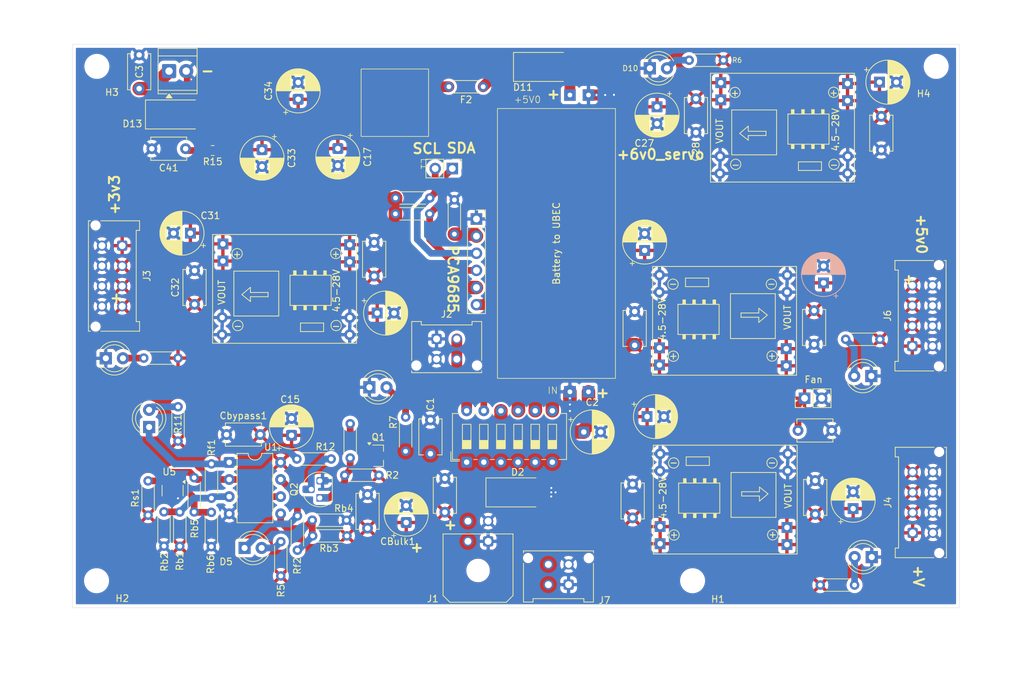
<source format=kicad_pcb>
(kicad_pcb (version 20241229) (generator "pcbnew") (generator_version "9.0")
  (layers (0 "F.Cu" signal) (2 "B.Cu" signal) (13 "F.Paste" user) (15 "B.Paste" user) (5 "F.SilkS" user "F.Silkscreen") (7 "B.SilkS" user "B.Silkscreen") (1 "F.Mask" user) (3 "B.Mask" user) (25 "Edge.Cuts" user))
  (net 0 "")
  (net 1 "GND")
  (net 2 "Net-(Q1-D)")
  (net 3 "+v")
  (net 4 "+6v0_servo")
  (net 5 "Batteria")
  (net 6 "I2C")
  (net 7 "+5vFAN")
  (net 8 "Servo")
  (net 9 "Net-(D1-K)")
  (net 10 "Net-(D3-A)")
  (net 11 "Net-(D4-A)")
  (net 12 "Net-(D6-A)")
  (net 13 "Net-(J18-Pin_1)")
  (net 14 "Net-(D10-A)")
  (net 15 "Net-(J16-Pin_3)")
  (net 16 "Net-(J16-Pin_4)")
  (net 17 "Net-(J4-Pin_1)")
  (net 18 "Net-(D5-K)")
  (net 19 "Net-(Q1-G)")
  (net 20 "Net-(D1-A)")
  (net 21 "Net-(D5-A)")
  (net 22 "+3v3")
  (net 23 "Net-(U1A-+)")
  (net 24 "UBEC")
  (net 25 "Net-(C41-Pad1)")
  (net 26 "Net-(D11-K)")
  (net 27 "Net-(D11-A)")
  (net 28 "Net-(F2-Pad2)")
  (net 29 "LC")
  (net 30 "Net-(J2-Pin_2)")
  (net 31 "Net-(D8-A)")
  (net 32 "Net-(J16-Pin_2)")
  (net 33 "Net-(Q2-B)")
  (net 34 "Net-(Q2-C)")
  (net 35 "Net-(U1B-+)")
  (net 36 "Net-(U5-REF)")
  (net 37 "REF.2.5v")
  (footprint "Connector_Molex:Molex_Micro-Fit_3.0_43045-0412_2x02_P3.00mm_Vertical" (layer "F.Cu") (at 133.75 96.97)
    (property "Reference" "J2")
    (property "Value" "Conn_02x02_Counter_Clockwise")
  )
  (footprint "Resistor_THT:R_Axial_DIN0204_L3.6mm_D1.6mm_P5.08mm_Horizontal" (layer "F.Cu") (at 113.12 123.21 -90)
    (property "Reference" "Rf2")
    (property "Value" "560k")
  )
  (footprint "Connector_Molex:Molex_Micro-Fit_3.0_43045-0412_2x02_P3.00mm_Vertical" (layer "F.Cu") (at 153.32 133.4 180)
    (property "Reference" "J7")
    (property "Value" "Conn_02x02_Counter_Clockwise")
  )
  (footprint "Connector_PinSocket_2.54mm:PinSocket_1x06_P2.54mm_Vertical" (layer "F.Cu") (at 139.66 79.19)
    (property "Reference" "J16" (hide yes))
    (property "Value" "Conn_01x06_Socket")
  )
  (footprint "Capacitor_THT:CP_Radial_D6.3mm_P2.50mm" (layer "F.Cu") (at 164.6 83.85238 90)
    (property "Reference" "C7" (hide yes))
    (property "Value" "C_Polarized")
  )
  (footprint "Capacitor_THT:C_Disc_D5.1mm_W3.2mm_P5.00mm" (layer "F.Cu") (at 187.34 110.54)
    (property "Reference" "C16" (hide yes))
    (property "Value" "0.1u")
  )
  (footprint "Capacitor_THT:C_Disc_D5.1mm_W3.2mm_P5.00mm" (layer "F.Cu") (at 124.5 87.66 90)
    (property "Reference" "C19" (hide yes))
    (property "Value" "C")
  )
  (footprint "Resistor_SMD:R_0805_2012Metric_Pad1.20x1.40mm_HandSolder" (layer "F.Cu") (at 100.56 69.04 180)
    (property "Reference" "R15")
    (property "Value" "12")
  )
  (footprint "Connector_PinHeader_2.54mm:PinHeader_1x02_P2.54mm_Vertical" (layer "F.Cu") (at 136.085 71.71 -90)
    (property "Reference" "J17" (hide yes))
    (property "Value" "Conn_01x02_Socket")
  )
  (footprint "Capacitor_THT:CP_Radial_D6.3mm_P2.50mm" (layer "F.Cu") (at 107.87 68.917621 -90)
    (property "Reference" "C33")
    (property "Value" "47u")
  )
  (footprint "Inductor_SMD:MSS1038T-103NLC" (layer "F.Cu") (at 127.76 62.07 -90)
    (property "Reference" "L1")
    (property "Value" "10uH")
  )
  (footprint "MountingHole:MountingHole_3.2mm_M3" (layer "F.Cu") (at 83.3374 132.8166)
    (property "Reference" "H2")
    (property "Value" "MountingHole")
  )
  (footprint "Resistor_THT:R_Axial_DIN0204_L3.6mm_D1.6mm_P5.08mm_Horizontal" (layer "F.Cu") (at 132.73 78.43 180)
    (property "Reference" "R20" (hide yes))
    (property "Value" "4.7k")
  )
  (footprint "Capacitor_THT:C_Disc_D5.1mm_W3.2mm_P5.00mm" (layer "F.Cu") (at 189.7194 92.771 -90)
    (property "Reference" "C24" (hide yes))
    (property "Value" "C")
  )
  (footprint "LED_THT:LED_D4.0mm" (layer "F.Cu") (at 198.21 102.47 180)
    (property "Reference" "D8" (hide yes))
    (property "Value" "LED")
  )
  (footprint "Resistor_THT:R_Axial_DIN0204_L3.6mm_D1.6mm_P5.08mm_Horizontal" (layer "F.Cu") (at 93.34 122.61 -90)
    (property "Reference" "Rb2")
    (property "Value" "10k")
  )
  (footprint "MountingHole:MountingHole_3.2mm_M3" (layer "F.Cu") (at 171.704 132.8166)
    (property "Reference" "H1")
    (property "Value" "MountingHole")
  )
  (footprint "Converter_DCDC:SRT_MPT1584EN_Module" (layer "F.Cu") (at 176.958 93.7185)
    (property "Reference" "U4" (hide yes))
    (property "Value" "~" (hide yes))
  )
  (footprint "Package_TO_SOT_SMD:SOT-23_Handsoldering" (layer "F.Cu") (at 125.12 114.29)
    (property "Reference" "Q1")
    (property "Value" "AO3401A")
  )
  (footprint "Connector_PinHeader_2.54mm:PinHeader_1x02_P2.54mm_Vertical" (layer "F.Cu") (at 188.305 105.76 90)
    (property "Reference" "J18" (hide yes))
    (property "Value" "Fan")
  )
  (footprint "Capacitor_THT:C_Disc_D5.1mm_W3.2mm_P5.00mm" (layer "F.Cu") (at 172.207 61.363 -90)
    (property "Reference" "C28" (hide yes))
    (property "Value" "C")
  )
  (footprint "Capacitor_THT:CP_Radial_D6.3mm_P2.50mm" (layer "F.Cu") (at 113.23 61.44 90)
    (property "Reference" "C34")
    (property "Value" "220u")
  )
  (footprint "MountingHole:MountingHole_3.2mm_M3" (layer "F.Cu") (at 207.8228 56.5658)
    (property "Reference" "H4")
    (property "Value" "MountingHole")
  )
  (footprint "Resistor_THT:R_Axial_DIN0204_L3.6mm_D1.6mm_P5.08mm_Horizontal" (layer "F.Cu") (at 118.12 114.77 180)
    (property "Reference" "R12")
    (property "Value" "1k")
  )
  (footprint "Capacitor_THT:C_Disc_D5.1mm_W3.2mm_P5.00mm" (layer "F.Cu") (at 163.12 97.91 90)
    (property "Reference" "C20" (hide yes))
    (property "Value" "C")
  )
  (footprint "Converter_DCDC:SRT_MPT1584EN_Module" (layer "F.Cu") (at 177.057 120.220991)
    (property "Reference" "U2" (hide yes))
    (property "Value" "~" (hide yes))
  )
  (footprint "Resistor_THT:R_Axial_DIN0204_L3.6mm_D1.6mm_P5.08mm_Horizontal" (layer "F.Cu") (at 90.34 99.81)
    (property "Reference" "R4" (hide yes))
    (property "Value" "R")
  )
  (footprint "TerminalBlock_TE-Connectivity:TerminalBlock_TE_282834-2_1x02_P2.54mm_Horizontal" (layer "F.Cu") (at 94.09 57.26)
    (property "Reference" "J5" (hide yes))
    (property "Value" "UBECtoRASPI")
  )
  (footprint "Resistor_THT:R_Axial_DIN0204_L3.6mm_D1.6mm_P5.08mm_Horizontal" (layer "F.Cu") (at 120.13 117.18)
    (property "Reference" "R2")
    (property "Value" "100k")
  )
  (footprint "Package_TO_SOT_THT:TO-92L_HandSolder" (layer "F.Cu") (at 116.44 120.54 90)
    (property "Reference" "Q2")
    (property "Value" "BC327")
  )
  (footprint "Resistor_THT:R_Axial_DIN0204_L3.6mm_D1.6mm_P5.08mm_Horizontal" (layer "F.Cu") (at 190.64 133.46)
    (property "Reference" "R10" (hide yes))
    (property "Value" "R")
  )
  (footprint "Resistor_THT:R_Axial_DIN0204_L3.6mm_D1.6mm_P5.08mm_Horizontal" (layer "F.Cu") (at 136.39 76.35 -90)
    (property "Reference" "R16" (hide yes))
    (property "Value" "R")
  )
  (footprint "Capacitor_THT:CP_Radial_D6.3mm_P2.50mm" (layer "F.Cu") (at 129.25 124.19 90)
    (property "Reference" "CBulk1")
    (property "Value" "470u")
  )
  (footprint "Diode_SMD:D_SMB_Handsoldering" (layer "F.Cu") (at 145.78 119.72)
    (property "Reference" "D2")
    (property "Value" "Z2SMBxxx" (hide yes))
  )
  (footprint "Package_DIP:DIP-8_W7.62mm" (layer "F.Cu") (at 103.01 115.27)
    (property "Reference" "U1")
    (property "Value" "LM393")
  )
  (footprint "Capacitor_THT:C_Disc_D5.1mm_W3.2mm_P5.00mm" (layer "F.Cu") (at 189.89 122.97 90)
    (property "Reference" "C26" (hide yes))
    (property "Value" "C")
  )
  (footprint "Converter_DCDC:SRT_MPT1584EN_Module" (layer "F.Cu") (at 184.52 66.22 180)
    (property "Reference" "U6" (hide yes))
    (property "Value" "~" (hide yes))
  )
  (footprint "Connector_Molex:Molex_Micro-Fit_3.0_43045-0400_2x02_P3.00mm_Horizontal" (layer "F.Cu") (at 141.4 126.98 180)
    (property "Reference" "J1")
    (property "Value" "Conn_02x02_Counter_Clockwise" (hide yes))
  )
  (footprint "Connector_Molex:Molex_Micro-Fit_3.0_43045-0812_2x04_P3.00mm_Vertical" (layer "F.Cu") (at 204.28 98.03 90)
    (property "Reference" "J6")
    (property "Value" "Conn_02x04_Counter_Clockwise")
  )
  (footprint "LED_THT:LED_D4.0mm" (layer "F.Cu") (at 198.271 129.311 180)
    (property "Reference" "D6" (hide yes))
    (property "Value" "LED")
  )
  (footprint "MountingHole:MountingHole_3.2mm_M3" (layer "F.Cu") (at 83.3882 56.5658)
    (property "Reference" "H3")
    (property "Value" "MountingHole")
  )
  (footprint "Resistor_THT:R_Axial_DIN0204_L3.6mm_D1.6mm_P5.08mm_Horizontal" (layer "F.Cu") (at 100.38 115.5 -90)
    (property "Reference" "Rf1")
    (property "Value" "560k")
  )
  (footprint "Resistor_THT:R_Axial_DIN0204_L3.6mm_D1.6mm_P5.08mm_Horizontal" (layer "F.Cu") (at 95.42 107.03 -90)
    (property "Reference" "R11")
    (property "Value" "820")
  )
  (footprint "Capacitor_THT:C_Disc_D5.1mm_W3.2mm_P5.00mm" (layer "F.Cu") (at 134.98 122.66 90)
    (property "Reference" "C13" (hide yes))
    (property "Value" "C")
  )
  (footprint "Resistor_THT:R_Axial_DIN0204_L3.6mm_D1.6mm_P5.08mm_Horizontal" (layer "F.Cu") (at 100.36 122.68 -90)
    (property "Reference" "Rb6")
    (property "Value" "10k")
  )
  (footprint "Diode_SMD:D_SMB_Handsoldering" (layer "F.Cu") (at 149.8625 56.64)
    (property "Reference" "D11")
    (property "Value" "SS34")
  )
  (footprint "Connector:NS-Tech_Grove_1x04_P2mm_Vertical" (layer "F.Cu") (at 155.271 87.811 90)
    (property "Reference" "J13" (hide yes))
    (property "Value" "Battery to UBEC")
  )
  (footprint "Diode_SMD:D_SMB_Handsoldering" (layer "F.Cu") (at 95.3 63.69)
    (property "Reference" "D13")
    (property "Value" "SMBJ5.0A")
  )
  (footprint "Capacitor_THT:CP_Radial_D6.3mm_P2.50mm" (layer "F.Cu") (at 155.58 110.77)
    (property "Reference" "C2")
    (property "Value" "C_Polarized")
  )
  (footprint "Capacitor_THT:CP_Radial_D6.3mm_P2.50mm" (layer "F.Cu") (at 97.25238 81.29 180)
    (property "Reference" "C31")
    (property "Value" "C_Polarized" (hide yes))
  )
  (footprint "Resistor_THT:R_Axial_DIN0204_L3.6mm_D1.6mm_P5.08mm_Horizontal" (layer "F.Cu") (at 120.94 109.55 -90)
    (property "Reference" "R3" (hide yes))
    (property "Value" "100" (hide yes))
  )
  (footprint "LED_THT:LED_D4.0mm" (layer "F.Cu") (at 165.37 56.85)
    (property "Reference" "D10" (hide yes))
    (property "Value" "LED")
  )
  (footprint "Capacitor_THT:CP_Radial_D6.3mm_P2.50mm" (layer "F.Cu") (at 166.437 62.553 -90)
    (property "Reference" "C27" (hide yes))
    (property "Value" "C_Polarized")
  )
  (footprint "Package_TO_SOT_SMD:SOT-23-3" (layer "F.Cu") (at 94.6125 119.46 -90)
    (property "Reference" "U5")
    (property "Value" "~")
  )
  (footprint "Capacitor_THT:C_Disc_D5.1mm_W3.2mm_P5.00mm" (layer "F.Cu") (at 89.66 59.86 90)
    (property "Reference" "C3")
    (property "Value" "100n")
  )
  (footprint "Button_Switch_THT:SW_DIP_SPSTx06_Slide_6.7x16.8mm_W7.62mm_P2.54mm_LowProfile" (layer "F.Cu") (at 138.211 115.241 90)
    (property "Reference" "SW1" (hide yes))
    (property "Value" "SW_DIP_x06")
  )
  (footprint "Resistor_THT:R_Axial_DIN0204_L3.6mm_D1.6mm_P5.08mm_Horizontal" (layer "F.Cu") (at 90.98 123.1 90)
    (property "Reference" "Rs1")
    (property "Value" "3.3k")
  )
  (footprint "Capacitor_THT:CP_Radial_D6.3mm_P2.50mm" (layer "F.Cu") (at 119.11 68.747621 -90)
    (property "Reference" "C17")
    (property "Value" "1000u")
  )
  (footprint "Capacitor_THT:CP_Radial_D6.3mm_P2.50mm" (layer "F.Cu") (at 112.25 111.26 90)
    (property "Reference" "C15")
    (property "Value" "22u")
  )
  (footprint "Capacitor_THT:C_Disc_D5.1mm_W3.2mm_P5.00mm" (layer "F.Cu") (at 123.52 125.03 90)
    (property "Reference" "C14" (hide yes))
    (property "Value" "C")
  )
  (footprint "Capacitor_THT:CP_Radial_D6.3mm_P2.50mm" (layer "F.Cu") (at 199.41462 58.903)
    (property "Reference" "C12" (hide yes))
    (property "Value" "C_Polarized")
  )
  (footprint "Resistor_THT:R_Axial_DIN0204_L3.6mm_D1.6mm_P5.08mm_Horizontal" (layer "F.Cu") (at 199.48 97.03 180)
    (property "Reference" "R8" (hide yes))
    (property "Value" "R")
  )
  (footprint "LED_THT:LED_D4.0mm" (layer "F.Cu") (at 84.71 99.84)
    (property "Reference" "D4" (hide yes))
    (property "Value" "LED")
  )
  (footprint "Resistor_THT:R_Axial_DIN0204_L3.6mm_D1.6mm_P5.08mm_Horizontal" (layer "F.Cu") (at 140.66 59.58 180)
    (property "Reference" "F2")
    (property "Value" "Polyfuse")
  )
  (footprint "Resistor_THT:R_Axial_DIN0204_L3.6mm_D1.6mm_P5.08mm_Horizontal" (layer "F.Cu") (at 129.16 108.55 -90)
    (property "Reference" "R7")
    (property "Value" "2.2k")
  )
  (footprint "Resistor_THT:R_Axial_DIN0204_L3.6mm_D1.6mm_P5.08mm_Horizontal" (layer "F.Cu") (at 110.66 127.03 -90)
    (property "Reference" "R5")
    (property "Value" "820")
  )
  (footprint "Capacitor_THT:C_Disc_D5.1mm_W3.2mm_P5.00mm" (layer "F.Cu") (at 107.61 111.15 180)
    (property "Reference" "Cbypass1")
    (property "Value" "100n")
  )
  (footprint "Connector_Molex:Molex_Micro-Fit_3.0_43045-0812_2x04_P3.00mm_Vertical" (layer "F.Cu") (at 87.14 83.14 -90)
    (property "Reference" "J3")
    (property "Value" "Conn_02x04_Counter_Clockwise")
  )
  (footprint "Capacitor_THT:C_Disc_D5.1mm_W3.2mm_P5.00mm" (layer "F.Cu") (at 96.54 68.77 180)
    (property "Reference" "C41")
    (property "Value" "220n" (hide yes))
  )
  (footprint "Resistor_THT:R_Axial_DIN0204_L3.6mm_D1.6mm_P5.08mm_Horizontal" (layer "F.Cu") (at 95.68 122.63 -90)
    (property "Reference" "Rb1")
    (property "Value" "73k")
  )
  (footprint "Converter_DCDC:SRT_MPT1584EN_Module" (layer "F.Cu") (at 110.706 90.119 180)
    (property "Reference" "U3" (hide yes))
    (property "Value" "~" (hide yes))
  )
  (footprint "Capacitor_THT:C_Disc_D5.1mm_W3.2mm_P5.00mm" (layer "F.Cu") (at 97.866 91.842 90)
    (property "Reference" "C32")
    (property "Value" "C")
  )
  (footprint "Connector_Molex:Molex_Micro-Fit_3.0_43045-0812_2x04_P3.00mm_Vertical" (layer "F.Cu") (at 204.33 125.72 90)
    (property "Reference" "J4")
    (property "Value" "Conn_02x04_Counter_Clockwise")
  )
  (footprint "Capacitor_THT:C_Disc_D5.1mm_W3.2mm_P5.00mm" (layer "F.Cu") (at 162.82 123.497991 90)
    (property "Reference" "C18" (hide yes))
    (property "Value" "C")
  )
  (footprint "Resistor_THT:R_Axial_DIN0204_L3.6mm_D1.6mm_P5.08mm_Horizontal" (layer "F.Cu") (at 176.28 55.65 180)
    (property "Reference" "R6" (hide yes))
    (property "Value" "R")
  )
  (footprint "Capacitor_THT:CP_Radial_D6.3mm_P2.50mm" (layer "F.Cu") (at 195.51 122.13 90)
    (property "Reference" "C25" (hide yes))
    (property "Value" "C_Polarized")
  )
  (footprint "LED_THT:LED_D4.0mm" (layer "F.Cu") (at 105.28 127.96)
    (property "Reference" "D5")
    (property "Value" "LED_alert")
  )
  (footprint "Resistor_THT:R_Axial_DIN0204_L3.6mm_D1.6mm_P5.08mm_Horizontal" (layer "F.Cu") (at 132.75 76.07 180)
    (property "Reference" "R21" (hide yes))
    (property "Value" "4.7k")
  )
  (footprint "Capacitor_THT:C_Disc_D5.1mm_W3.2mm_P5.00mm" (layer "F.Cu") (at 199.687 63.963 -90)
    (property "Reference" "C22" (hide yes))
    (property "Value" "C")
  )
  (footprint "LED_THT:LED_D4.0mm" (layer "F.Cu") (at 123.79 104.14)
    (property "Reference" "D3" (hide yes))
    (property "Value" "LED_on")
  )
  (footprint "Capacitor_THT:C_Disc_D5.1mm_W3.2mm_P5.00mm" (layer "F.Cu") (at 132.84 113.99 90)
    (property "Reference" "C1")
    (property "Value" "C")
  )
  (footprint "LED_THT:LED_D4.0mm" (layer "F.Cu") (at 91.13 110.03 90)
    (property "Reference" "D1" (hide yes))
    (property "Value" "LED_cutoff" (hide yes))
  )
  (footprint "Resistor_THT:R_Axial_DIN0204_L3.6mm_D1.6mm_P5.08mm_Horizontal" (layer "F.Cu") (at 115.38 126.17)
    (property "Reference" "Rb3")
    (property "Value" "68k")
  )
  (footprint "Resistor_THT:R_Axial_DIN0204_L3.6mm_D1.6mm_P5.08mm_Horizontal" (layer "F.Cu") (at 97.81 117.54 -90)
    (property "Reference" "Rb5")
    (property "Value" "10k")
  )
  (footprint "Capacitor_THT:CP_Radial_D6.3mm_P2.50mm" (layer "F.Cu") (at 164.959 108.486991)
    (property "Reference" "C4" (hide yes))
    (property "Value" "C_Polarized")
  )
  (footprint "Resistor_THT:R_Axial_DIN0204_L3.6mm_D1.6mm_P5.08mm_Horizontal" (layer "F.Cu") (at 115.32 123.85)
    (property "Reference" "Rb4")
    (property "Value" "10k")
  )
  (footprint "Capacitor_THT:CP_Radial_D6.3mm_P2.50mm" (layer "F.Cu") (at 124.947621 93.14)
    (property "Reference" "C6" (hide yes))
    (property "Value" "C_Polarized")
  )
  (footprint "Capacitor_THT:CP_Radial_D6.3mm_P2.50mm" (layer "B.Cu") (at 191.12 88.66 90)
    (property "Reference" "C23" (hide yes))
    (property "Value" "C_Polarized")
  )
  (gr_rect (start 79.771 53.311) (end 211.271 136.811) (stroke (width 0.05)) (fill no) (layer "Edge.Cuts"))
  (gr_text "+" (at 85.16 91.73 0) (layer "F.SilkS") (effects (font (size 1.5 1.5) (thickness 0.3) (bold yes)) (justify left bottom)))
  (gr_text "PCA9685" (at 135.3 82.92 270) (layer "F.SilkS") (effects (font (size 1.5 1.5) (thickness 0.3) (bold yes)) (justify left bottom)))
  (gr_text "+3v3" (at 86.88 78.72 90) (layer "F.SilkS") (effects (font (size 1.5 1.5) (thickness 0.3) (bold yes)) (justify left bottom)))
  (gr_text "+" (at 134.671204 125.380863 0) (layer "F.SilkS") (effects (font (size 1.5 1.5) (thickness 0.3) (bold yes)) (justify left bottom)))
  (gr_text "+" (at 202.64 88.99 0) (layer "F.SilkS") (effects (font (size 1.5 1.5) (thickness 0.3) (bold yes)) (justify left bottom)))
  (gr_text "-" (at 98.67 58.08 0) (layer "F.SilkS") (effects (font (size 1.5 1.5) (thickness 0.3) (bold yes)) (justify left bottom)))
  (gr_text "+" (at 157.271 105.811 0) (layer "F.SilkS") (effects (font (size 1.5 1.5) (thickness 0.3) (bold yes)) (justify left bottom)))
  (gr_text "+V" (at 204.33 130.36 270) (layer "F.SilkS") (effects (font (size 1.5 1.5) (thickness 0.3) (bold yes)) (justify left bottom)))
  (gr_text "SDA" (at 135.09 69.56 0) (layer "F.SilkS") (effects (font (size 1.5 1.5) (thickness 0.3) (bold yes)) (justify left bottom)))
  (gr_text "+5V0" (at 145.1525 62.08 0) (layer "F.SilkS") (effects (font (size 1 1) (thickness 0.1)) (justify left bottom)))
  (gr_text "+6v0_servo" (at 160.3 70.48 0) (layer "F.SilkS") (effects (font (size 1.5 1.5) (thickness 0.3) (bold yes)) (justify left bottom)))
  (gr_text "IN" (at 150.15 105.2 0) (layer "F.SilkS") (effects (font (size 1 1) (thickness 0.1)) (justify left bottom)))
  (gr_text "+5v0" (at 204.771 78.311 270) (layer "F.SilkS") (effects (font (size 1.5 1.5) (thickness 0.3) (bold yes)) (justify left bottom)))
  (gr_text "+" (at 149.96 61.53 0) (layer "F.SilkS") (effects (font (size 1.5 1.5) (thickness 0.3) (bold yes)) (justify left bottom)))
  (gr_text "SCL" (at 130.02 69.63 0) (layer "F.SilkS") (effects (font (size 1.5 1.5) (thickness 0.3) (bold yes)) (justify left bottom)))
  (gr_text "+" (at 129.7 128.73 0) (layer "F.SilkS") (effects (font (size 1.5 1.5) (thickness 0.3) (bold yes)) (justify left bottom)))
  (segment (start 96.78 57.41) (end 96.63 57.26) (width 1) (layer "F.Cu") (net 1))
  (segment (start 96.78 62.14) (end 96.78 57.41) (width 1) (layer "F.Cu") (net 1))
  (segment (start 148.48 119.72) (end 150.75 119.72) (width 2) (layer "F.Cu") (net 1))
  (segment (start 153.521 104.811) (end 153.521 105.77) (width 2) (layer "F.Cu") (net 1))
  (segment (start 153.521 105.77) (end 153.521 106.7) (width 2) (layer "F.Cu") (net 1))
  (segment (start 157.46 60.811) (end 160.019 60.811) (width 1.6) (layer "F.Cu") (net 1))
  (segment (start 98 63.36) (end 96.78 62.14) (width 1) (layer "F.Cu") (net 1))
  (segment (start 95.4075 120.5975) (end 95.41 120.6) (width 1) (layer "F.Cu") (net 1))
  (segment (start 156.271 60.811) (end 157.46 60.811) (width 1.6) (layer "F.Cu") (net 1))
  (segment (start 94.6125 120.5975) (end 95.4075 120.5975) (width 1) (layer "F.Cu") (net 1))
  (segment (start 153.521 106.7) (end 153.521 107.649) (width 2) (layer "F.Cu") (net 1))
  (segment (start 160.019 60.811) (end 160.05 60.78) (width 1.6) (layer "F.Cu") (net 1))
  (via (at 158.75 60.811) (size 0.6) (drill 0.3) (layers "F.Cu" "B.Cu") (net 1))
  (via (at 160.05 60.78) (size 0.6) (drill 0.3) (layers "F.Cu" "B.Cu") (net 1))
  (via (at 150.76 119.07) (size 0.6) (drill 0.3) (layers "F.Cu" "B.Cu") (net 1))
  (via (at 150.75 119.72) (size 0.6) (drill 0.3) (layers "F.Cu" "B.Cu") (net 1))
  (via (at 153.521 106.7) (size 0.6) (drill 0.3) (layers "F.Cu" "B.Cu") (net 1))
  (via (at 157.46 60.811) (size 0.6) (drill 0.3) (layers "F.Cu" "B.Cu") (net 1))
  (via (at 153.521 107.649) (size 0.6) (drill 0.3) (layers "F.Cu" "B.Cu") (net 1))
  (via (at 151.39 119.72) (size 0.6) (drill 0.3) (layers "F.Cu" "B.Cu") (net 1))
  (via (at 153.521 105.77) (size 0.6) (drill 0.3) (layers "F.Cu" "B.Cu") (net 1))
  (via (at 95.41 120.6) (size 0.6) (drill 0.3) (layers "F.Cu" "B.Cu") (net 1))
  (via (at 150.75 120.33) (size 0.6) (drill 0.3) (layers "F.Cu" "B.Cu") (net 1))
  (segment (start 152.645315 101.811) (end 158.271 101.811) (width 2) (layer "F.Cu") (net 3))
  (segment (start 158.271 101.811) (end 163.271 106.811) (width 2) (layer "F.Cu") (net 3))
  (segment (start 150.911 107.621) (end 150.911 103.545315) (width 2) (layer "F.Cu") (net 3))
  (segment (start 150.911 103.545315) (end 152.645315 101.811) (width 2) (layer "F.Cu") (net 3))
  (segment (start 140.862081 91.89) (end 162.432081 70.32) (width 1.6) (layer "F.Cu") (net 4))
  (segment (start 139.66 91.89) (end 140.862081 91.89) (width 1.6) (layer "F.Cu") (net 4))
  (segment (start 141.88 99.267264) (end 141.88 104.67) (width 1) (layer "F.Cu") (net 6))
  (segment (start 140.751 105.799) (end 140.751 107.621) (width 1) (layer "F.Cu") (net 6))
  (segment (start 141.88 104.67) (end 140.751 105.799) (width 1) (layer "F.Cu") (net 6))
  (segment (start 127.56 90.06) (end 131.033632 93.533632) (width 1) (layer "F.Cu") (net 6))
  (segment (start 131.033632 93.533632) (end 136.146368 93.533632) (width 1) (layer "F.Cu") (net 6))
  (segment (start 136.146368 93.533632) (end 141.88 99.267264) (width 1) (layer "F.Cu") (net 6))
  (segment (start 152.941 97.811) (end 163.271 97.811) (width 2) (layer "F.Cu") (net 7))
  (segment (start 148.401 102.351) (end 152.941 97.811) (width 2) (layer "F.Cu") (net 7))
  (segment (start 148.371 107.621) (end 148.401 107.591) (width 2) (layer "F.Cu") (net 7))
  (segment (start 148.401 107.591) (end 148.401 102.351) (width 2) (layer "F.Cu") (net 7))
  (segment (start 196.33 75.16) (end 198.45 73.04) (width 2) (layer "F.Cu") (net 8))
  (segment (start 145.881 107.571) (end 145.881 90.309) (width 2) (layer "F.Cu") (net 8))
  (segment (start 145.831 107.621) (end 145.881 107.571) (width 2) (layer "F.Cu") (net 8))
  (segment (start 161.03 75.16) (end 196.33 75.16) (width 2) (layer "F.Cu") (net 8))
  (segment (start 198.45 73.04) (end 198.45 71.43) (width 2) (layer "F.Cu") (net 8))
  (segment (start 145.881 90.309) (end 161.03 75.16) (width 2) (layer "F.Cu") (net 8))
  (segment (start 103.01 115.27) (end 107.5 115.27) (width 1) (layer "B.Cu") (net 9))
  (segment (start 91.13 111.69) (end 94.94 115.5) (width 1) (layer "B.Cu") (net 9))
  (segment (start 94.94 115.5) (end 100.38 115.5) (width 1) (layer "B.Cu") (net 9))
  (segment (start 109.33 113.44) (end 111.71 113.44) (width 1) (layer "B.Cu") (net 9))
  (segment (start 102.78 115.5) (end 103.01 115.27) (width 1) (layer "B.Cu") (net 9))
  (segment (start 100.38 115.5) (end 102.78 115.5) (width 1) (layer "B.Cu") (net 9))
  (segment (start 91.13 110.03) (end 91.13 111.69) (width 1) (layer "B.Cu") (net 9))
  (segment (start 107.5 115.27) (end 109.33 113.44) (width 1) (layer "B.Cu") (net 9))
  (segment (start 111.71 113.44) (end 113.04 114.77) (width 1) (layer "B.Cu") (net 9))
  (segment (start 129.16 108.55) (end 129.16 106.97) (width 1) (layer "F.Cu") (net 10))
  (segment (start 129.16 106.97) (end 126.33 104.14) (width 1) (layer "F.Cu") (net 10))
  (segment (start 87.28 99.81) (end 87.25 99.84) (width 1) (layer "F.Cu") (net 11))
  (segment (start 90.34 99.81) (end 87.28 99.81) (width 1) (layer "F.Cu") (net 11))
  (segment (start 195.72 133.46) (end 195.72 129.322) (width 1) (layer "B.Cu") (net 12))
  (segment (start 195.72 129.322) (end 195.731 129.311) (width 1) (layer "B.Cu") (net 12))
  (segment (start 187.34 106.725) (end 188.305 105.76) (width 1) (layer "F.Cu") (net 13))
  (segment (start 187.34 110.54) (end 187.34 106.725) (width 1) (layer "F.Cu") (net 13))
  (segment (start 169.11 55.65) (end 167.91 56.85) (width 1) (layer "B.Cu") (net 14))
  (segment (start 171.2 55.65) (end 169.11 55.65) (width 1) (layer "B.Cu") (net 14))
  (segment (start 133.545 71.71) (end 133.545 75.275) (width 1) (layer "F.Cu") (net 15))
  (segment (start 133.545 75.275) (end 132.75 76.07) (width 1) (layer "F.Cu") (net 15))
  (segment (start 130.89 77.93) (end 130.89 82.23) (width 1) (layer "B.Cu") (net 15))
  (segment (start 132.93 84.27) (end 139.66 84.27) (width 1) (layer "B.Cu") (net 15))
  (segment (start 130.89 82.23) (end 132.93 84.27) (width 1) (layer "B.Cu") (net 15))
  (segment (start 132.75 76.07) (end 130.89 77.93) (width 1) (layer "B.Cu") (net 15))
  (segment (start 132.73 78.43) (end 132.73 82.22) (width 1) (layer "F.Cu") (net 16))
  (segment (start 132.73 78.43) (end 134.746 76.414) (width 1) (layer "F.Cu") (net 16))
  (segment (start 137.32 86.81) (end 139.66 86.81) (width 1) (layer "F.Cu") (net 16))
  (segment (start 134.746 73.049) (end 136.085 71.71) (width 1) (layer "F.Cu") (net 16))
  (segment (start 132.73 82.22) (end 137.32 86.81) (width 1) (layer "F.Cu") (net 16))
  (segment (start 134.746 76.414) (end 134.746 73.049) (width 1) (layer "F.Cu") (net 16))
  (segment (start 110.63 117.81) (end 113.12 120.3) (width 1) (layer "F.Cu") (net 18))
  (segment (start 113.12 120.3) (end 113.12 123.21) (width 1) (layer "F.Cu") (net 18))
  (segment (start 113.12 123.21) (end 111.939 124.391) (width 1) (layer "B.Cu") (net 18))
  (segment (start 108.849 124.391) (end 105.28 127.96) (width 1) (layer "B.Cu") (net 18))
  (segment (start 111.939 124.391) (end 108.849 124.391) (width 1) (layer "B.Cu") (net 18))
  (segment (start 120.94 109.55) (end 120.94 111.77) (width 1) (layer "F.Cu") (net 19))
  (segment (start 120.94 111.77) (end 122.51 113.34) (width 1) (layer "F.Cu") (net 19))
  (segment (start 122.51 113.34) (end 123.62 113.34) (width 1) (layer "F.Cu") (net 19))
  (segment (start 95.42 107.03) (end 91.59 107.03) (width 1) (layer "B.Cu") (net 20))
  (segment (start 91.59 107.03) (end 91.13 107.49) (width 1) (layer "B.Cu") (net 20))
  (segment (start 107.82 127.96) (end 109.73 127.96) (width 1) (layer "B.Cu") (net 21))
  (segment (start 109.73 127.96) (end 110.66 127.03) (width 1) (layer "B.Cu") (net 21))
  (segment (start 139.66 89.35) (end 136.58 89.35) (width 2) (layer "F.Cu") (net 22))
  (segment (start 107.96 76.21) (end 103.96 76.21) (width 2) (layer "F.Cu") (net 22))
  (segment (start 103.96 76.21) (end 103.9 76.15) (width 2) (layer "F.Cu") (net 22))
  (segment (start 127.65 76.09) (end 127.67 76.07) (width 2) (layer "F.Cu") (net 22))
  (segment (start 130.04 87.13) (end 127.65 84.74) (width 2) (layer "F.Cu") (net 22))
  (segment (start 127.65 84.74) (end 127.65 78.43) (width 2) (layer "F.Cu") (net 22))
  (segment (start 127.65 78.43) (end 127.65 76.09) (width 2) (layer "F.Cu") (net 22))
  (segment (start 132.35 89.37) (end 130.11 87.13) (width 2) (layer "F.Cu") (net 22))
  (segment (start 136.58 89.37) (end 132.35 89.37) (width 2) (layer "F.Cu") (net 22))
  (segment (start 127.67 76.07) (end 127.53 76.21) (width 2) (layer "F.Cu") (net 22))
  (segment (start 127.53 76.21) (end 107.96 76.21) (width 2) (layer "F.Cu") (net 22))
  (segment (start 130.11 87.13) (end 130.04 87.13) (width 2) (layer "F.Cu") (net 22))
  (segment (start 100.36 120.36) (end 100.23 120.49) (width 1) (layer "F.Cu") (net 23))
  (segment (start 95.66 122.61) (end 95.68 122.63) (width 1) (layer "F.Cu") (net 23))
  (segment (start 93.34 122.61) (end 95.66 122.61) (width 1) (layer "F.Cu") (net 23))
  (segment (start 100.38 120.58) (end 97.73 120.58) (width 1) (layer "B.Cu") (net 23))
  (segment (start 103.01 120.35) (end 100.61 120.35) (width 1) (layer "B.Cu") (net 23))
  (segment (start 100.61 120.35) (end 100.38 120.58) (width 1) (layer "B.Cu") (net 23))
  (segment (start 97.73 120.58) (end 95.68 122.63) (width 1) (layer "B.Cu") (net 23))
  (segment (start 143.291 108.981) (end 143.291 107.621) (width 2) (layer "F.Cu") (net 24))
  (segment (start 155.58 110.77) (end 155.58 110.440158) (width 2) (layer "F.Cu") (net 24))
  (segment (start 155.58 110.77) (end 145.08 110.77) (width 2) (layer "F.Cu") (net 24))
  (segment (start 155.58 110.440158) (end 156.271 109.749158) (width 2) (layer "F.Cu") (net 24))
  (segment (start 156.271 109.749158) (end 156.271 104.811) (width 2) (layer "F.Cu") (net 24))
  (segment (start 145.08 110.77) (end 143.291 108.981) (width 2) (layer "F.Cu") (net 24))
  (segment (start 99.56 69.04) (end 96.81 69.04) (width 1) (layer "F.Cu") (net 25))
  (segment (start 96.81 69.04) (end 96.54 68.77) (width 1) (layer "F.Cu") (net 25))
  (segment (start 147.1625 56.64) (end 143.6 56.64) (width 1.6) (layer "F.Cu") (net 26))
  (segment (start 143.6 56.64) (end 140.66 59.58) (width 1.6) (layer "F.Cu") (net 26))
  (segment (start 153.521 60.811) (end 153.521 56.909) (width 1.6) (layer "F.Cu") (net 27))
  (segment (start 129.98 59.58) (end 127.65 57.25) (width 1.6) (layer "F.Cu") (net 28))
  (segment (start 135.58 59.58) (end 129.98 59.58) (width 1.6) (layer "F.Cu") (net 28))
  (segment (start 101.56 68.34) (end 99.38 66.16) (width 1.6) (layer "F.Cu") (net 29))
  (segment (start 93.79 57.56) (end 94.09 57.26) (width 1) (layer "F.Cu") (net 29))
  (segment (start 101.56 69.04) (end 101.56 68.34) (width 1.6) (layer "F.Cu") (net 29))
  (segment (start 89.66 59.86) (end 91.49 59.86) (width 2) (layer "F.Cu") (net 29))
  (segment (start 91.49 59.86) (end 91.49 62.25) (width 2) (layer "F.Cu") (net 29))
  (segment (start 91.49 59.86) (end 94.09 57.26) (width 2) (layer "F.Cu") (net 29))
  (segment (start 91.49 62.25) (end 92.6 63.36) (width 2) (layer "F.Cu") (net 29))
  (segment (start 95.07 66.16) (end 92.6 63.69) (width 1.6) (layer "F.Cu") (net 29))
  (segment (start 99.38 66.16) (end 95.07 66.16) (width 1.6) (layer "F.Cu") (net 29))
  (segment (start 138.211 107.621) (end 138.211 103.441) (width 1.6) (layer "F.Cu") (net 30))
  (segment (start 136.75 101.98) (end 136.75 96.97) (width 1.6) (layer "F.Cu") (net 30))
  (segment (start 138.211 103.441) (end 136.75 101.98) (width 1.6) (layer "F.Cu") (net 30))
  (segment (start 195.67 102.47) (end 195.67 98.3) (width 1) (layer "B.Cu") (net 31))
  (segment (start 195.67 98.3) (end 194.4 97.03) (width 1) (layer "B.Cu") (net 31))
  (segment (start 139.36 81.43) (end 139.66 81.73) (width 2) (layer "F.Cu") (net 32))
  (segment (start 136.39 81.43) (end 139.36 81.43) (width 2) (layer "F.Cu") (net 32))
  (segment (start 115.17 116.730051) (end 117.130051 114.77) (width 1) (layer "B.Cu") (net 33))
  (segment (start 117.130051 114.77) (end 118.12 114.77) (width 1) (layer "B.Cu") (net 33))
  (segment (start 115.17 119.27) (end 115.17 116.730051) (width 1) (layer "B.Cu") (net 33))
  (segment (start 117.83 120.54) (end 120.13 118.24) (width 1) (layer "F.Cu") (net 34))
  (segment (start 116.44 120.54) (end 117.83 120.54) (width 1) (layer "F.Cu") (net 34))
  (segment (start 120.94 114.63) (end 120.94 116.37) (width 1) (layer "F.Cu") (net 34))
  (segment (start 120.13 118.24) (end 120.13 117.18) (width 1) (layer "F.Cu") (net 34))
  (segment (start 120.94 116.37) (end 120.13 117.18) (width 1) (layer "F.Cu") (net 34))
  (segment (start 115.32 123.85) (end 114.09 125.08) (width 1) (layer "F.Cu") (net 35))
  (segment (start 115.32 126.11) (end 115.38 126.17) (width 1) (layer "F.Cu") (net 35))
  (segment (start 111.59 125.08) (end 110.62 124.11) (width 1) (layer "F.Cu") (net 35))
  (segment (start 114.09 125.08) (end 111.59 125.08) (width 1) (layer "F.Cu") (net 35))
  (segment (start 115.32 123.85) (end 115.32 126.11) (width 1) (layer "F.Cu") (net 35))
  (segment (start 110.63 124.1) (end 110.63 122.89) (width 1) (layer "F.Cu") (net 35))
  (segment (start 110.62 124.11) (end 110.63 124.1) (width 1) (layer "F.Cu") (net 35))
  (segment (start 113.26 128.29) (end 115.38 126.17) (width 1) (layer "B.Cu") (net 35))
  (segment (start 113.12 128.29) (end 113.26 128.29) (width 1) (layer "B.Cu") (net 35))
  (segment (start 97.81 120.57) (end 97.81 122.62) (width 1) (layer "F.Cu") (net 36))
  (segment (start 95.5625 118.3225) (end 97.81 120.57) (width 1) (layer "F.Cu") (net 36))
  (segment (start 100.16 122.68) (end 97.87 122.68) (width 1) (layer "F.Cu") (net 36))
  (segment (start 97.87 122.68) (end 97.81 122.62) (width 1) (layer "F.Cu") (net 36))
  (segment (start 94.58 116.75) (end 93.6625 117.6675) (width 1) (layer "F.Cu") (net 37))
  (segment (start 107.79 120.35) (end 105.25 117.81) (width 1) (layer "F.Cu") (net 37))
  (segment (start 103.01 117.81) (end 98.24 117.81) (width 1) (layer "F.Cu") (net 37))
  (segment (start 90.98 118.02) (end 93.36 118.02) (width 1) (layer "F.Cu") (net 37))
  (segment (start 110.63 120.35) (end 107.79 120.35) (width 1) (layer "F.Cu") (net 37))
  (segment (start 93.36 118.02) (end 93.6625 118.3225) (width 1) (layer "F.Cu") (net 37))
  (segment (start 93.6625 117.6675) (end 93.6625 118.3225) (width 1) (layer "F.Cu") (net 37))
  (segment (start 105.25 117.81) (end 103.01 117.81) (width 1) (layer "F.Cu") (net 37))
  (segment (start 98.24 117.81) (end 97.18 116.75) (width 1) (layer "F.Cu") (net 37))
  (segment (start 97.18 116.75) (end 94.58 116.75) (width 1) (layer "F.Cu") (net 37))
  (zone (net 4) (net_name "+6v0_servo") (layer "F.Cu") (priority 6) (connect_pads (clearance 0.5)) (min_thickness 0.25) (fill yes (thermal_gap 0.5) (thermal_bridge_width 0.5))
    (polygon (pts (xy 184.091715 59.3) (xy 179.091715 54.3) (xy 165.44109 54.3) (xy 161.571715 58.169375) (xy 161.571715 69.7775) (xy 166.254215 74.46) (xy 180.301715 74.46) (xy 184.091715 70.67)))
  )
  (zone (net 17) (net_name "Net-(J4-Pin_1)") (layer "F.Cu") (priority 4) (connect_pads (clearance 0.5)) (min_thickness 0.25) (fill yes (thermal_gap 0.5) (thermal_bridge_width 0.5))
    (polygon (pts (xy 180.771 129.811) (xy 185.771 134.811) (xy 204.771 134.811) (xy 209.771 129.811) (xy 209.771 113.811) (xy 204.771 108.811) (xy 185.771 108.811) (xy 180.771 113.811)))
  )
  (zone (net 29) (net_name "LC") (layer "F.Cu") (priority 7) (connect_pads (clearance 0.5)) (min_thickness 0.25) (fill yes (thermal_gap 0.5) (thermal_bridge_width 0.5) (island_removal_mode 1) (island_area_min 10))
    (polygon (pts (xy 130.095577 62.844188) (xy 124.21 58.96) (xy 106.21 58.97) (xy 100.93 62.88) (xy 100.93 71.9) (xy 105.635812 74.870092) (xy 124.42 74.93) (xy 130.16 71.74)))
  )
  (zone (net 2) (net_name "Net-(Q1-D)") (layer "F.Cu") (priority 1) (connect_pads yes (clearance 0.5)) (min_thickness 0.25) (fill yes (thermal_gap 0.5) (thermal_bridge_width 0.5))
    (polygon (pts (xy 125.439813 114.663707) (xy 125.486847 112.41224) (xy 153.692384 112.36892) (xy 155.22 113.7) (xy 155.14 116.992225) (xy 153.590533 117.870849) (xy 128.210337 117.796745)))
  )
  (zone (net 8) (net_name "Servo") (layer "F.Cu") (priority 10) (connect_pads (clearance 0.5)) (min_thickness 0.25) (fill yes (thermal_gap 0.5) (thermal_bridge_width 0.5))
    (polygon (pts (xy 201.21408 60.456875) (xy 197.717205 56.96) (xy 189.802361 56.96) (xy 187.16408 59.598281) (xy 187.16408 71.825625) (xy 189.798455 74.46) (xy 197.70158 74.46) (xy 201.21408 70.9475)))
  )
  (zone (net 3) (net_name "+v") (layer "F.Cu") (priority 8) (connect_pads (clearance 0.5)) (min_thickness 0.25) (fill yes (thermal_gap 0.5) (thermal_bridge_width 0.5))
    (polygon (pts (xy 160.7575 105.497991) (xy 158.32 107.935491) (xy 158.32 126.247991) (xy 161.57 129.497991) (xy 168.8825 129.497991) (xy 171.32 127.060491) (xy 171.32 108.747991) (xy 168.07 105.497991)))
  )
  (zone (net 22) (net_name "+3v3") (layer "F.Cu") (priority 3) (connect_pads (clearance 0.5)) (min_thickness 0.25) (fill yes (thermal_gap 0.5) (thermal_bridge_width 0.5))
    (polygon (pts (xy 81.866 97.342) (xy 86.866 102.342) (xy 105.366 102.342) (xy 110.366 97.342) (xy 110.366 80.332) (xy 105.366 75.332) (xy 86.866 75.332) (xy 81.866 80.332)))
  )
  (zone (net 7) (net_name "+5vFAN") (layer "F.Cu") (priority 8) (connect_pads (clearance 0.5)) (min_thickness 0.25) (fill yes (thermal_gap 0.5) (thermal_bridge_width 0.5))
    (polygon (pts (xy 160.890625 81.62) (xy 157.9075 84.603125) (xy 157.9075 101.136875) (xy 160.890625 104.12) (xy 167.66 104.12) (xy 171.2175 100.5625) (xy 171.2175 84.7075) (xy 168.13 81.62)))
  )
  (zone (net 13) (net_name "Net-(J18-Pin_1)") (layer "F.Cu") (priority 5) (connect_pads (clearance 0.5)) (min_thickness 0.25) (fill yes (thermal_gap 0.5) (thermal_bridge_width 0.5))
    (polygon (pts (xy 180.771 103.161) (xy 185.771 108.161) (xy 204.771 108.161) (xy 209.771 103.161) (xy 209.771 83.311) (xy 204.771 78.311) (xy 185.771 78.311) (xy 180.771 83.311)))
  )
  (zone (net 5) (net_name "Batteria") (layer "F.Cu") (connect_pads (clearance 0.5)) (min_thickness 0.25) (fill yes (thermal_gap 0.5) (thermal_bridge_width 0.5))
    (polygon (pts (xy 148.233186 118.104897) (xy 135.82253 118.125879) (xy 128.161666 118.059839) (xy 113.92 102.78) (xy 86.375025 102.966953) (xy 80.448968 108.801967) (xy 80.393196 127.820089) (xy 91.300947 135.844586) (xy 150.97 135.57) (xy 152.270929 134.498647) (xy 152.160411 121.738056)))
  )
  (zone (net 6) (net_name "I2C") (layer "F.Cu") (priority 8) (connect_pads (clearance 0.5)) (min_thickness 0.25) (fill yes (thermal_gap 0.5) (thermal_bridge_width 0.5))
    (polygon (pts (xy 117.3835 77.442) (xy 113.556 81.2695) (xy 113.556 94.5145) (xy 117.3835 98.342) (xy 128.866 98.342) (xy 128.866 77.442)))
  )
  (zone (net 1) (net_name "GND") (layer "B.Cu") (priority 2) (connect_pads (clearance 0.5)) (min_thickness 0.25) (fill yes (thermal_gap 0.5) (thermal_bridge_width 0.5))
    (polygon (pts (xy 79.85 136.7) (xy 79.85 53.41) (xy 211.08 53.43) (xy 211.16 53.43) (xy 211.17 136.71)))
  )
)
</source>
